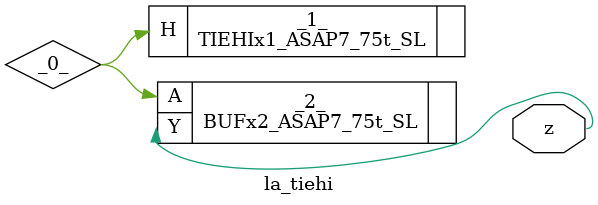
<source format=v>
/* Generated by Yosys 0.37 (git sha1 a5c7f69ed, clang 14.0.0-1ubuntu1.1 -fPIC -Os) */

module la_tiehi(z);
  wire _0_;
  output z;
  wire z;
  TIEHIx1_ASAP7_75t_SL _1_ (
    .H(_0_)
  );
  BUFx2_ASAP7_75t_SL _2_ (
    .A(_0_),
    .Y(z)
  );
endmodule

</source>
